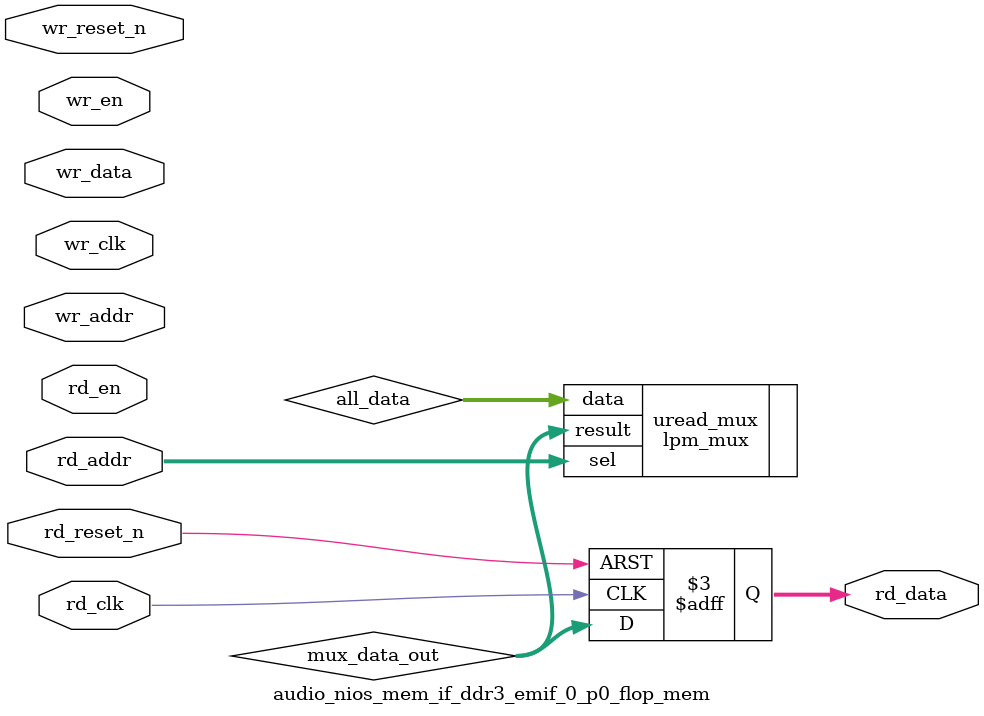
<source format=v>



`timescale 1 ps / 1 ps

(* altera_attribute = "-name ALLOW_SYNCH_CTRL_USAGE ON;-name AUTO_CLOCK_ENABLE_RECOGNITION ON" *)
module audio_nios_mem_if_ddr3_emif_0_p0_flop_mem(
	wr_reset_n,
	wr_clk,
	wr_en,
	wr_addr,
	wr_data,
	rd_reset_n,
	rd_clk,
	rd_en,
	rd_addr,
	rd_data
);

parameter WRITE_MEM_DEPTH	= "";
parameter WRITE_ADDR_WIDTH	= "";
parameter WRITE_DATA_WIDTH	= "";
parameter READ_MEM_DEPTH	= "";
parameter READ_ADDR_WIDTH	= "";		 
parameter READ_DATA_WIDTH	= "";


input	wr_reset_n;
input	wr_clk;
input	wr_en;
input	[WRITE_ADDR_WIDTH-1:0] wr_addr;
input	[WRITE_DATA_WIDTH-1:0] wr_data;
input	rd_reset_n;
input	rd_clk;
input	rd_en;
input	[READ_ADDR_WIDTH-1:0] rd_addr;
output	[READ_DATA_WIDTH-1:0] rd_data;



wire	[WRITE_DATA_WIDTH*WRITE_MEM_DEPTH-1:0] all_data;
wire	[READ_DATA_WIDTH-1:0] mux_data_out;



// declare a memory with WRITE_MEM_DEPTH entries
// each entry contains a data size of WRITE_DATA_WIDTH
reg	[WRITE_DATA_WIDTH-1:0] data_stored [0:WRITE_MEM_DEPTH-1] /* synthesis syn_preserve = 1 */;
reg	[READ_DATA_WIDTH-1:0] rd_data;

generate
genvar entry;
	for (entry=0; entry < WRITE_MEM_DEPTH; entry=entry+1)
	begin: mem_location
		assign all_data[(WRITE_DATA_WIDTH*(entry+1)-1) : (WRITE_DATA_WIDTH*entry)] = data_stored[entry]; 
		
		always @(posedge wr_clk or negedge wr_reset_n)
		begin
			if (~wr_reset_n) begin
				data_stored[entry] <= {WRITE_DATA_WIDTH{1'b0}};
			end else begin
				if (wr_en) begin
					if (entry == wr_addr) begin
						data_stored[entry] <= wr_data;
					end
				end
			end
		end		
	end
endgenerate

// mux to select the correct output data based on read address
lpm_mux	uread_mux(
	.sel (rd_addr),
	.data (all_data),
	.result (mux_data_out)
	// synopsys translate_off
	,
	.aclr (),
	.clken (),
	.clock ()
	// synopsys translate_on
	);
 defparam uread_mux.lpm_size = READ_MEM_DEPTH;
 defparam uread_mux.lpm_type = "LPM_MUX";
 defparam uread_mux.lpm_width = READ_DATA_WIDTH;
 defparam uread_mux.lpm_widths = READ_ADDR_WIDTH;

always @(posedge rd_clk or negedge rd_reset_n)	
begin
	if (~rd_reset_n) begin
		rd_data <= {READ_DATA_WIDTH{1'b0}};
	end else begin
		rd_data <= mux_data_out;
	end
end

endmodule

</source>
